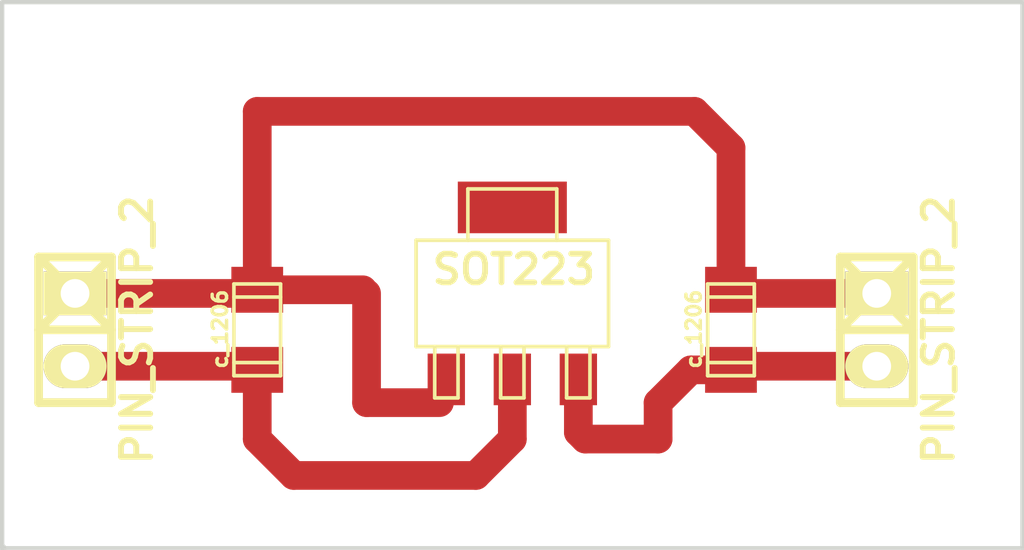
<source format=kicad_pcb>
(kicad_pcb (version 3) (host pcbnew "(2013-07-07 BZR 4022)-stable")

  (general
    (links 0)
    (no_connects 0)
    (area 16.434999 20.244999 52.145001 39.445001)
    (thickness 1.6)
    (drawings 5)
    (tracks 28)
    (zones 0)
    (modules 5)
    (nets 1)
  )

  (page A4 portrait)
  (layers
    (15 F.Cu signal)
    (0 B.Cu signal)
    (16 B.Adhes user)
    (17 F.Adhes user)
    (18 B.Paste user)
    (19 F.Paste user)
    (20 B.SilkS user)
    (21 F.SilkS user)
    (22 B.Mask user)
    (23 F.Mask user)
    (24 Dwgs.User user)
    (25 Cmts.User user)
    (26 Eco1.User user)
    (27 Eco2.User user)
    (28 Edge.Cuts user)
  )

  (setup
    (last_trace_width 1)
    (trace_clearance 0.254)
    (zone_clearance 0.508)
    (zone_45_only no)
    (trace_min 0.254)
    (segment_width 0.2)
    (edge_width 0.15)
    (via_size 0.889)
    (via_drill 0.635)
    (via_min_size 0.889)
    (via_min_drill 0.508)
    (uvia_size 0.508)
    (uvia_drill 0.127)
    (uvias_allowed no)
    (uvia_min_size 0.508)
    (uvia_min_drill 0.127)
    (pcb_text_width 0.3)
    (pcb_text_size 1.5 1.5)
    (mod_edge_width 0.15)
    (mod_text_size 1.5 1.5)
    (mod_text_width 0.15)
    (pad_size 1.524 1.524)
    (pad_drill 0.762)
    (pad_to_mask_clearance 0.2)
    (aux_axis_origin 16.51 39.37)
    (visible_elements 7FFFFFFF)
    (pcbplotparams
      (layerselection 268468224)
      (usegerberextensions true)
      (excludeedgelayer true)
      (linewidth 0.100000)
      (plotframeref false)
      (viasonmask false)
      (mode 1)
      (useauxorigin true)
      (hpglpennumber 1)
      (hpglpenspeed 20)
      (hpglpendiameter 15)
      (hpglpenoverlay 2)
      (psnegative false)
      (psa4output false)
      (plotreference false)
      (plotvalue false)
      (plotothertext false)
      (plotinvisibletext false)
      (padsonsilk false)
      (subtractmaskfromsilk false)
      (outputformat 1)
      (mirror false)
      (drillshape 0)
      (scaleselection 1)
      (outputdirectory ""))
  )

  (net 0 "")

  (net_class Default "This is the default net class."
    (clearance 0.254)
    (trace_width 1)
    (via_dia 0.889)
    (via_drill 0.635)
    (uvia_dia 0.508)
    (uvia_drill 0.127)
    (add_net "")
  )

  (module sot223 (layer F.Cu) (tedit 49047669) (tstamp 53A81938)
    (at 34.29 30.48)
    (descr SOT223)
    (fp_text reference SOT223 (at 0.0508 -0.8382) (layer F.SilkS)
      (effects (font (size 1.00076 1.00076) (thickness 0.20066)))
    )
    (fp_text value Q*** (at 0 1.0414) (layer F.SilkS) hide
      (effects (font (size 1.00076 1.00076) (thickness 0.20066)))
    )
    (fp_line (start -1.5494 -3.6449) (end 1.5494 -3.6449) (layer F.SilkS) (width 0.127))
    (fp_line (start 1.5494 -3.6449) (end 1.5494 -1.8542) (layer F.SilkS) (width 0.127))
    (fp_line (start -1.5494 -3.6449) (end -1.5494 -1.8542) (layer F.SilkS) (width 0.127))
    (fp_line (start 1.8923 3.6449) (end 2.7051 3.6449) (layer F.SilkS) (width 0.127))
    (fp_line (start 2.7051 3.6449) (end 2.7051 1.8542) (layer F.SilkS) (width 0.127))
    (fp_line (start 1.8923 3.6449) (end 1.8923 1.8542) (layer F.SilkS) (width 0.127))
    (fp_line (start -0.4064 3.6449) (end -0.4064 1.8542) (layer F.SilkS) (width 0.127))
    (fp_line (start 0.4064 3.6449) (end 0.4064 1.8542) (layer F.SilkS) (width 0.127))
    (fp_line (start -0.4064 3.6449) (end 0.4064 3.6449) (layer F.SilkS) (width 0.127))
    (fp_line (start -2.7051 3.6449) (end -1.8923 3.6449) (layer F.SilkS) (width 0.127))
    (fp_line (start -1.8923 3.6449) (end -1.8923 1.8542) (layer F.SilkS) (width 0.127))
    (fp_line (start -2.7051 3.6449) (end -2.7051 1.8542) (layer F.SilkS) (width 0.127))
    (fp_line (start 3.3528 1.8542) (end -3.3528 1.8542) (layer F.SilkS) (width 0.127))
    (fp_line (start -3.3528 1.8542) (end -3.3528 -1.8542) (layer F.SilkS) (width 0.127))
    (fp_line (start -3.3528 -1.8542) (end 3.3528 -1.8542) (layer F.SilkS) (width 0.127))
    (fp_line (start 3.3528 -1.8542) (end 3.3528 1.8542) (layer F.SilkS) (width 0.127))
    (pad 1 smd rect (at -2.30124 2.99974) (size 1.30048 1.80086)
      (layers F.Cu F.Paste F.Mask)
    )
    (pad 2 smd rect (at 0 2.99974) (size 1.30048 1.80086)
      (layers F.Cu F.Paste F.Mask)
    )
    (pad 3 smd rect (at 2.30124 2.99974) (size 1.30048 1.80086)
      (layers F.Cu F.Paste F.Mask)
    )
    (pad 4 smd rect (at 0 -2.99974) (size 3.79984 1.80086)
      (layers F.Cu F.Paste F.Mask)
    )
    (model walter/smd_trans/sot223.wrl
      (at (xyz 0 0 0))
      (scale (xyz 1 1 1))
      (rotate (xyz 0 0 0))
    )
  )

  (module pin_strip_2 (layer F.Cu) (tedit 4F0999B2) (tstamp 53A850E7)
    (at 19.05 31.75 270)
    (descr "Pin strip 2pin")
    (tags "CONN DEV")
    (path pin_strip_2)
    (fp_text reference PIN_STRIP_2 (at 0 -2.159 270) (layer F.SilkS)
      (effects (font (size 1.016 1.016) (thickness 0.2032)))
    )
    (fp_text value Val** (at 0.254 -3.556 270) (layer F.SilkS) hide
      (effects (font (size 1.016 0.889) (thickness 0.2032)))
    )
    (fp_line (start 0 -1.27) (end 0 1.27) (layer F.SilkS) (width 0.3048))
    (fp_line (start 0 1.27) (end -2.54 -1.27) (layer F.SilkS) (width 0.3048))
    (fp_line (start -2.54 1.27) (end 0 -1.27) (layer F.SilkS) (width 0.3048))
    (fp_line (start 2.54 1.27) (end -2.54 1.27) (layer F.SilkS) (width 0.3048))
    (fp_line (start -2.54 -1.27) (end 2.54 -1.27) (layer F.SilkS) (width 0.3048))
    (fp_line (start -2.54 1.27) (end -2.54 -1.27) (layer F.SilkS) (width 0.3048))
    (fp_line (start 2.54 -1.27) (end 2.54 1.27) (layer F.SilkS) (width 0.3048))
    (pad 1 thru_hole rect (at -1.27 0 270) (size 1.524 2.19964) (drill 1.00076)
      (layers *.Cu *.Mask F.SilkS)
    )
    (pad 2 thru_hole oval (at 1.27 0 270) (size 1.524 2.19964) (drill 1.00076)
      (layers *.Cu *.Mask F.SilkS)
    )
    (model walter/pin_strip/pin_strip_2.wrl
      (at (xyz 0 0 0))
      (scale (xyz 1 1 1))
      (rotate (xyz 0 0 0))
    )
  )

  (module pin_strip_2 (layer F.Cu) (tedit 4F0999B2) (tstamp 53A85100)
    (at 46.99 31.75 270)
    (descr "Pin strip 2pin")
    (tags "CONN DEV")
    (path pin_strip_2)
    (fp_text reference PIN_STRIP_2 (at 0 -2.159 270) (layer F.SilkS)
      (effects (font (size 1.016 1.016) (thickness 0.2032)))
    )
    (fp_text value Val** (at 0.254 -3.556 270) (layer F.SilkS) hide
      (effects (font (size 1.016 0.889) (thickness 0.2032)))
    )
    (fp_line (start 0 -1.27) (end 0 1.27) (layer F.SilkS) (width 0.3048))
    (fp_line (start 0 1.27) (end -2.54 -1.27) (layer F.SilkS) (width 0.3048))
    (fp_line (start -2.54 1.27) (end 0 -1.27) (layer F.SilkS) (width 0.3048))
    (fp_line (start 2.54 1.27) (end -2.54 1.27) (layer F.SilkS) (width 0.3048))
    (fp_line (start -2.54 -1.27) (end 2.54 -1.27) (layer F.SilkS) (width 0.3048))
    (fp_line (start -2.54 1.27) (end -2.54 -1.27) (layer F.SilkS) (width 0.3048))
    (fp_line (start 2.54 -1.27) (end 2.54 1.27) (layer F.SilkS) (width 0.3048))
    (pad 1 thru_hole rect (at -1.27 0 270) (size 1.524 2.19964) (drill 1.00076)
      (layers *.Cu *.Mask F.SilkS)
    )
    (pad 2 thru_hole oval (at 1.27 0 270) (size 1.524 2.19964) (drill 1.00076)
      (layers *.Cu *.Mask F.SilkS)
    )
    (model walter/pin_strip/pin_strip_2.wrl
      (at (xyz 0 0 0))
      (scale (xyz 1 1 1))
      (rotate (xyz 0 0 0))
    )
  )

  (module c_1206 (layer F.Cu) (tedit 490473F0) (tstamp 53A8879F)
    (at 25.4 31.75 90)
    (descr "SMT capacitor, 1206")
    (fp_text reference c_1206 (at 0.0254 -1.2954 90) (layer F.SilkS)
      (effects (font (size 0.50038 0.50038) (thickness 0.11938)))
    )
    (fp_text value C*** (at 0 1.27 90) (layer F.SilkS) hide
      (effects (font (size 0.50038 0.50038) (thickness 0.11938)))
    )
    (fp_line (start 1.143 0.8128) (end 1.143 -0.8128) (layer F.SilkS) (width 0.127))
    (fp_line (start -1.143 -0.8128) (end -1.143 0.8128) (layer F.SilkS) (width 0.127))
    (fp_line (start -1.6002 -0.8128) (end -1.6002 0.8128) (layer F.SilkS) (width 0.127))
    (fp_line (start -1.6002 0.8128) (end 1.6002 0.8128) (layer F.SilkS) (width 0.127))
    (fp_line (start 1.6002 0.8128) (end 1.6002 -0.8128) (layer F.SilkS) (width 0.127))
    (fp_line (start 1.6002 -0.8128) (end -1.6002 -0.8128) (layer F.SilkS) (width 0.127))
    (pad 1 smd rect (at 1.397 0 90) (size 1.6002 1.8034)
      (layers F.Cu F.Paste F.Mask)
    )
    (pad 2 smd rect (at -1.397 0 90) (size 1.6002 1.8034)
      (layers F.Cu F.Paste F.Mask)
    )
    (model walter/smd_cap/c_1206.wrl
      (at (xyz 0 0 0))
      (scale (xyz 1 1 1))
      (rotate (xyz 0 0 0))
    )
  )

  (module c_1206 (layer F.Cu) (tedit 490473F0) (tstamp 53A887B6)
    (at 41.91 31.75 90)
    (descr "SMT capacitor, 1206")
    (fp_text reference c_1206 (at 0.0254 -1.2954 90) (layer F.SilkS)
      (effects (font (size 0.50038 0.50038) (thickness 0.11938)))
    )
    (fp_text value C*** (at 0 1.27 90) (layer F.SilkS) hide
      (effects (font (size 0.50038 0.50038) (thickness 0.11938)))
    )
    (fp_line (start 1.143 0.8128) (end 1.143 -0.8128) (layer F.SilkS) (width 0.127))
    (fp_line (start -1.143 -0.8128) (end -1.143 0.8128) (layer F.SilkS) (width 0.127))
    (fp_line (start -1.6002 -0.8128) (end -1.6002 0.8128) (layer F.SilkS) (width 0.127))
    (fp_line (start -1.6002 0.8128) (end 1.6002 0.8128) (layer F.SilkS) (width 0.127))
    (fp_line (start 1.6002 0.8128) (end 1.6002 -0.8128) (layer F.SilkS) (width 0.127))
    (fp_line (start 1.6002 -0.8128) (end -1.6002 -0.8128) (layer F.SilkS) (width 0.127))
    (pad 1 smd rect (at 1.397 0 90) (size 1.6002 1.8034)
      (layers F.Cu F.Paste F.Mask)
    )
    (pad 2 smd rect (at -1.397 0 90) (size 1.6002 1.8034)
      (layers F.Cu F.Paste F.Mask)
    )
    (model walter/smd_cap/c_1206.wrl
      (at (xyz 0 0 0))
      (scale (xyz 1 1 1))
      (rotate (xyz 0 0 0))
    )
  )

  (target plus (at 16.51 39.37) (size 0.005) (width 0.15) (layer Edge.Cuts))
  (gr_line (start 52.07 20.32) (end 16.51 20.32) (angle 90) (layer Edge.Cuts) (width 0.15))
  (gr_line (start 52.07 39.37) (end 52.07 20.32) (angle 90) (layer Edge.Cuts) (width 0.15))
  (gr_line (start 16.51 39.37) (end 52.07 39.37) (angle 90) (layer Edge.Cuts) (width 0.15))
  (gr_line (start 16.51 20.32) (end 16.51 39.37) (angle 90) (layer Edge.Cuts) (width 0.15))

  (segment (start 41.91 33.147) (end 40.513 33.147) (width 1) (layer F.Cu) (net 0))
  (segment (start 40.513 33.147) (end 39.37 34.29) (width 1) (layer F.Cu) (net 0) (tstamp 53A887F7))
  (segment (start 39.37 34.29) (end 39.37 35.56) (width 1) (layer F.Cu) (net 0) (tstamp 53A887F8))
  (segment (start 39.37 35.56) (end 36.83 35.56) (width 1) (layer F.Cu) (net 0) (tstamp 53A887F9))
  (segment (start 36.83 35.56) (end 36.59124 35.32124) (width 1) (layer F.Cu) (net 0) (tstamp 53A887FA))
  (segment (start 36.59124 35.32124) (end 36.59124 33.47974) (width 1) (layer F.Cu) (net 0) (tstamp 53A887FB))
  (segment (start 46.99 33.02) (end 42.037 33.02) (width 1) (layer F.Cu) (net 0))
  (segment (start 42.037 33.02) (end 41.91 33.147) (width 0.254) (layer F.Cu) (net 0) (tstamp 53A887E4))
  (segment (start 41.91 30.353) (end 41.91 25.4) (width 1) (layer F.Cu) (net 0))
  (segment (start 25.4 24.13) (end 25.4 30.353) (width 1) (layer F.Cu) (net 0) (tstamp 53A887DD))
  (segment (start 40.64 24.13) (end 25.4 24.13) (width 1) (layer F.Cu) (net 0) (tstamp 53A887DB))
  (segment (start 41.91 25.4) (end 40.64 24.13) (width 1) (layer F.Cu) (net 0) (tstamp 53A887DA))
  (segment (start 46.99 30.48) (end 42.037 30.48) (width 1) (layer F.Cu) (net 0))
  (segment (start 42.037 30.48) (end 41.91 30.353) (width 0.254) (layer F.Cu) (net 0) (tstamp 53A887D7))
  (segment (start 25.4 33.147) (end 25.4 35.56) (width 1) (layer F.Cu) (net 0))
  (segment (start 25.4 35.56) (end 26.67 36.83) (width 1) (layer F.Cu) (net 0) (tstamp 53A887CD))
  (segment (start 26.67 36.83) (end 33.02 36.83) (width 1) (layer F.Cu) (net 0) (tstamp 53A887CF))
  (segment (start 33.02 36.83) (end 34.29 35.56) (width 1) (layer F.Cu) (net 0) (tstamp 53A887D1))
  (segment (start 34.29 35.56) (end 34.29 33.47974) (width 1) (layer F.Cu) (net 0) (tstamp 53A887D3))
  (segment (start 25.4 30.353) (end 29.083 30.353) (width 1) (layer F.Cu) (net 0))
  (segment (start 29.083 30.353) (end 29.21 30.48) (width 0.254) (layer F.Cu) (net 0) (tstamp 53A887C8))
  (segment (start 29.21 30.48) (end 29.21 34.29) (width 1) (layer F.Cu) (net 0) (tstamp 53A887C9))
  (segment (start 29.21 34.29) (end 31.75 34.29) (width 1) (layer F.Cu) (net 0) (tstamp 53A887CA))
  (segment (start 31.75 34.29) (end 31.98876 33.47974) (width 0.254) (layer F.Cu) (net 0) (tstamp 53A887CC))
  (segment (start 19.05 33.02) (end 25.273 33.02) (width 1) (layer F.Cu) (net 0))
  (segment (start 25.273 33.02) (end 25.4 33.147) (width 1) (layer F.Cu) (net 0) (tstamp 53A887C5))
  (segment (start 19.05 30.48) (end 25.273 30.48) (width 1) (layer F.Cu) (net 0))
  (segment (start 25.273 30.48) (end 25.4 30.353) (width 0.254) (layer F.Cu) (net 0) (tstamp 53A887C2))

)

</source>
